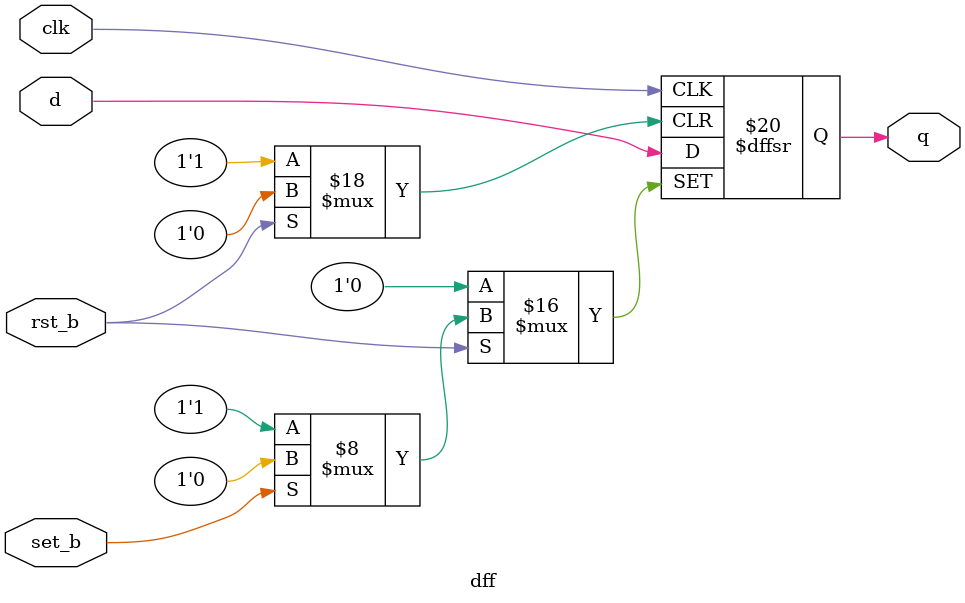
<source format=v>
module dff (
  input d, rst_b, set_b, clk,
  output reg q
  );
  always @(posedge clk, negedge rst_b, negedge set_b) begin
  if (set_b==0)
    q <= 1'b1;
  else
      if (rst_b==0) q <= 1'b0;
    else q <= d;
  end
endmodule

</source>
